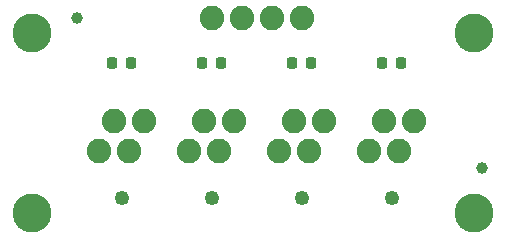
<source format=gts>
%TF.GenerationSoftware,KiCad,Pcbnew,7.0.6*%
%TF.CreationDate,2023-12-29T14:00:24-07:00*%
%TF.ProjectId,SparkFun_RGB_CBI_Example,53706172-6b46-4756-9e5f-5247425f4342,rev?*%
%TF.SameCoordinates,Original*%
%TF.FileFunction,Soldermask,Top*%
%TF.FilePolarity,Negative*%
%FSLAX46Y46*%
G04 Gerber Fmt 4.6, Leading zero omitted, Abs format (unit mm)*
G04 Created by KiCad (PCBNEW 7.0.6) date 2023-12-29 14:00:24*
%MOMM*%
%LPD*%
G01*
G04 APERTURE LIST*
G04 Aperture macros list*
%AMRoundRect*
0 Rectangle with rounded corners*
0 $1 Rounding radius*
0 $2 $3 $4 $5 $6 $7 $8 $9 X,Y pos of 4 corners*
0 Add a 4 corners polygon primitive as box body*
4,1,4,$2,$3,$4,$5,$6,$7,$8,$9,$2,$3,0*
0 Add four circle primitives for the rounded corners*
1,1,$1+$1,$2,$3*
1,1,$1+$1,$4,$5*
1,1,$1+$1,$6,$7*
1,1,$1+$1,$8,$9*
0 Add four rect primitives between the rounded corners*
20,1,$1+$1,$2,$3,$4,$5,0*
20,1,$1+$1,$4,$5,$6,$7,0*
20,1,$1+$1,$6,$7,$8,$9,0*
20,1,$1+$1,$8,$9,$2,$3,0*%
G04 Aperture macros list end*
%ADD10RoundRect,0.225000X0.225000X0.250000X-0.225000X0.250000X-0.225000X-0.250000X0.225000X-0.250000X0*%
%ADD11C,3.302000*%
%ADD12C,1.250000*%
%ADD13C,2.082800*%
%ADD14C,1.000000*%
G04 APERTURE END LIST*
D10*
%TO.C,C2*%
X26175000Y15240000D03*
X24625000Y15240000D03*
%TD*%
D11*
%TO.C,ST1*%
X40005000Y17780000D03*
%TD*%
D12*
%TO.C,D4*%
X10160000Y3810000D03*
D13*
X12065000Y10350000D03*
X10795000Y7810000D03*
X9525000Y10350000D03*
X8255000Y7810000D03*
%TD*%
D12*
%TO.C,D1*%
X33020000Y3810000D03*
D13*
X34925000Y10350000D03*
X33655000Y7810000D03*
X32385000Y10350000D03*
X31115000Y7810000D03*
%TD*%
D12*
%TO.C,D3*%
X17780000Y3810000D03*
D13*
X19685000Y10350000D03*
X18415000Y7810000D03*
X17145000Y10350000D03*
X15875000Y7810000D03*
%TD*%
D10*
%TO.C,C1*%
X33795000Y15240000D03*
X32245000Y15240000D03*
%TD*%
D14*
%TO.C,FID1*%
X40640000Y6350000D03*
%TD*%
D13*
%TO.C,J1*%
X25400000Y19050000D03*
X22860000Y19050000D03*
X20320000Y19050000D03*
X17780000Y19050000D03*
%TD*%
D10*
%TO.C,C4*%
X10935000Y15240000D03*
X9385000Y15240000D03*
%TD*%
D11*
%TO.C,ST2*%
X2540000Y17780000D03*
%TD*%
D10*
%TO.C,C3*%
X18555000Y15240000D03*
X17005000Y15240000D03*
%TD*%
D11*
%TO.C,ST4*%
X2540000Y2540000D03*
%TD*%
D14*
%TO.C,FID2*%
X6350000Y19050000D03*
%TD*%
D11*
%TO.C,ST3*%
X40005000Y2540000D03*
%TD*%
D12*
%TO.C,D2*%
X25400000Y3810000D03*
D13*
X27305000Y10350000D03*
X26035000Y7810000D03*
X24765000Y10350000D03*
X23495000Y7810000D03*
%TD*%
M02*

</source>
